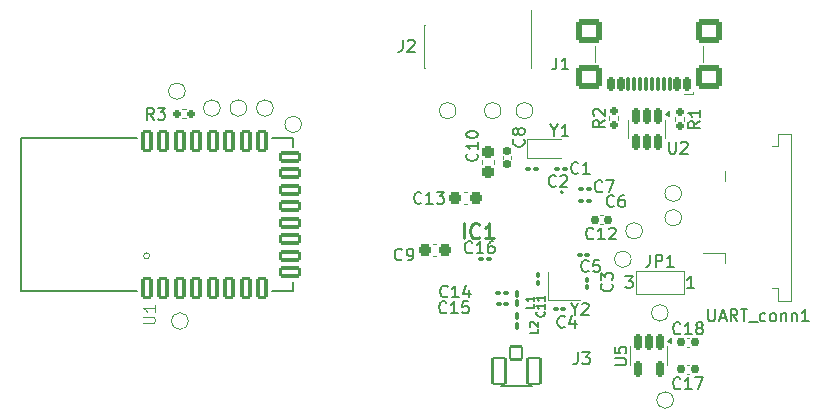
<source format=gto>
G04 #@! TF.GenerationSoftware,KiCad,Pcbnew,9.0.1*
G04 #@! TF.CreationDate,2025-08-05T19:10:54+03:00*
G04 #@! TF.ProjectId,com_board,636f6d5f-626f-4617-9264-2e6b69636164,rev?*
G04 #@! TF.SameCoordinates,Original*
G04 #@! TF.FileFunction,Legend,Top*
G04 #@! TF.FilePolarity,Positive*
%FSLAX46Y46*%
G04 Gerber Fmt 4.6, Leading zero omitted, Abs format (unit mm)*
G04 Created by KiCad (PCBNEW 9.0.1) date 2025-08-05 19:10:54*
%MOMM*%
%LPD*%
G01*
G04 APERTURE LIST*
G04 Aperture macros list*
%AMRoundRect*
0 Rectangle with rounded corners*
0 $1 Rounding radius*
0 $2 $3 $4 $5 $6 $7 $8 $9 X,Y pos of 4 corners*
0 Add a 4 corners polygon primitive as box body*
4,1,4,$2,$3,$4,$5,$6,$7,$8,$9,$2,$3,0*
0 Add four circle primitives for the rounded corners*
1,1,$1+$1,$2,$3*
1,1,$1+$1,$4,$5*
1,1,$1+$1,$6,$7*
1,1,$1+$1,$8,$9*
0 Add four rect primitives between the rounded corners*
20,1,$1+$1,$2,$3,$4,$5,0*
20,1,$1+$1,$4,$5,$6,$7,0*
20,1,$1+$1,$6,$7,$8,$9,0*
20,1,$1+$1,$8,$9,$2,$3,0*%
G04 Aperture macros list end*
%ADD10C,0.150000*%
%ADD11C,0.100000*%
%ADD12C,0.254000*%
%ADD13C,0.120000*%
%ADD14C,0.127000*%
%ADD15C,0.200000*%
%ADD16C,0.000000*%
%ADD17R,1.050000X1.100000*%
%ADD18RoundRect,0.155000X-0.212500X-0.155000X0.212500X-0.155000X0.212500X0.155000X-0.212500X0.155000X0*%
%ADD19RoundRect,0.100000X-0.100000X0.217500X-0.100000X-0.217500X0.100000X-0.217500X0.100000X0.217500X0*%
%ADD20RoundRect,0.237500X0.237500X-0.300000X0.237500X0.300000X-0.237500X0.300000X-0.237500X-0.300000X0*%
%ADD21RoundRect,0.102000X0.550000X1.125000X-0.550000X1.125000X-0.550000X-1.125000X0.550000X-1.125000X0*%
%ADD22RoundRect,0.102000X0.525000X0.550000X-0.525000X0.550000X-0.525000X-0.550000X0.525000X-0.550000X0*%
%ADD23R,0.740000X2.400000*%
%ADD24RoundRect,0.155000X0.155000X-0.212500X0.155000X0.212500X-0.155000X0.212500X-0.155000X-0.212500X0*%
%ADD25RoundRect,0.100000X-0.100000X0.130000X-0.100000X-0.130000X0.100000X-0.130000X0.100000X0.130000X0*%
%ADD26RoundRect,0.100000X0.130000X0.100000X-0.130000X0.100000X-0.130000X-0.100000X0.130000X-0.100000X0*%
%ADD27RoundRect,0.160000X0.160000X-0.197500X0.160000X0.197500X-0.160000X0.197500X-0.160000X-0.197500X0*%
%ADD28RoundRect,0.100000X-0.130000X-0.100000X0.130000X-0.100000X0.130000X0.100000X-0.130000X0.100000X0*%
%ADD29RoundRect,0.150000X0.350000X-0.800000X0.350000X0.800000X-0.350000X0.800000X-0.350000X-0.800000X0*%
%ADD30RoundRect,0.150000X0.800000X0.350000X-0.800000X0.350000X-0.800000X-0.350000X0.800000X-0.350000X0*%
%ADD31RoundRect,0.150000X-0.350000X0.800000X-0.350000X-0.800000X0.350000X-0.800000X0.350000X0.800000X0*%
%ADD32C,1.000000*%
%ADD33RoundRect,0.150000X-0.150000X0.512500X-0.150000X-0.512500X0.150000X-0.512500X0.150000X0.512500X0*%
%ADD34R,0.900000X0.800000*%
%ADD35C,0.650000*%
%ADD36RoundRect,0.150000X0.150000X0.425000X-0.150000X0.425000X-0.150000X-0.425000X0.150000X-0.425000X0*%
%ADD37RoundRect,0.075000X0.075000X0.500000X-0.075000X0.500000X-0.075000X-0.500000X0.075000X-0.500000X0*%
%ADD38RoundRect,0.250000X0.840000X0.750000X-0.840000X0.750000X-0.840000X-0.750000X0.840000X-0.750000X0*%
%ADD39R,2.000000X0.610000*%
%ADD40R,3.600000X2.680000*%
%ADD41RoundRect,0.160000X-0.197500X-0.160000X0.197500X-0.160000X0.197500X0.160000X-0.197500X0.160000X0*%
%ADD42C,2.200000*%
%ADD43R,0.200000X0.800000*%
%ADD44R,0.800000X0.200000*%
%ADD45R,3.700000X3.700000*%
%ADD46R,1.000000X1.500000*%
%ADD47RoundRect,0.237500X0.300000X0.237500X-0.300000X0.237500X-0.300000X-0.237500X0.300000X-0.237500X0*%
G04 APERTURE END LIST*
D10*
X131633809Y-97378628D02*
X131633809Y-97854819D01*
X131300476Y-96854819D02*
X131633809Y-97378628D01*
X131633809Y-97378628D02*
X131967142Y-96854819D01*
X132824285Y-97854819D02*
X132252857Y-97854819D01*
X132538571Y-97854819D02*
X132538571Y-96854819D01*
X132538571Y-96854819D02*
X132443333Y-96997676D01*
X132443333Y-96997676D02*
X132348095Y-97092914D01*
X132348095Y-97092914D02*
X132252857Y-97140533D01*
X142307142Y-119189580D02*
X142259523Y-119237200D01*
X142259523Y-119237200D02*
X142116666Y-119284819D01*
X142116666Y-119284819D02*
X142021428Y-119284819D01*
X142021428Y-119284819D02*
X141878571Y-119237200D01*
X141878571Y-119237200D02*
X141783333Y-119141961D01*
X141783333Y-119141961D02*
X141735714Y-119046723D01*
X141735714Y-119046723D02*
X141688095Y-118856247D01*
X141688095Y-118856247D02*
X141688095Y-118713390D01*
X141688095Y-118713390D02*
X141735714Y-118522914D01*
X141735714Y-118522914D02*
X141783333Y-118427676D01*
X141783333Y-118427676D02*
X141878571Y-118332438D01*
X141878571Y-118332438D02*
X142021428Y-118284819D01*
X142021428Y-118284819D02*
X142116666Y-118284819D01*
X142116666Y-118284819D02*
X142259523Y-118332438D01*
X142259523Y-118332438D02*
X142307142Y-118380057D01*
X143259523Y-119284819D02*
X142688095Y-119284819D01*
X142973809Y-119284819D02*
X142973809Y-118284819D01*
X142973809Y-118284819D02*
X142878571Y-118427676D01*
X142878571Y-118427676D02*
X142783333Y-118522914D01*
X142783333Y-118522914D02*
X142688095Y-118570533D01*
X143592857Y-118284819D02*
X144259523Y-118284819D01*
X144259523Y-118284819D02*
X143830952Y-119284819D01*
X129946033Y-112046667D02*
X129946033Y-112380000D01*
X129946033Y-112380000D02*
X129246033Y-112380000D01*
X129946033Y-111446666D02*
X129946033Y-111846666D01*
X129946033Y-111646666D02*
X129246033Y-111646666D01*
X129246033Y-111646666D02*
X129346033Y-111713333D01*
X129346033Y-111713333D02*
X129412700Y-111780000D01*
X129412700Y-111780000D02*
X129446033Y-111846666D01*
X125089580Y-99342857D02*
X125137200Y-99390476D01*
X125137200Y-99390476D02*
X125184819Y-99533333D01*
X125184819Y-99533333D02*
X125184819Y-99628571D01*
X125184819Y-99628571D02*
X125137200Y-99771428D01*
X125137200Y-99771428D02*
X125041961Y-99866666D01*
X125041961Y-99866666D02*
X124946723Y-99914285D01*
X124946723Y-99914285D02*
X124756247Y-99961904D01*
X124756247Y-99961904D02*
X124613390Y-99961904D01*
X124613390Y-99961904D02*
X124422914Y-99914285D01*
X124422914Y-99914285D02*
X124327676Y-99866666D01*
X124327676Y-99866666D02*
X124232438Y-99771428D01*
X124232438Y-99771428D02*
X124184819Y-99628571D01*
X124184819Y-99628571D02*
X124184819Y-99533333D01*
X124184819Y-99533333D02*
X124232438Y-99390476D01*
X124232438Y-99390476D02*
X124280057Y-99342857D01*
X125184819Y-98390476D02*
X125184819Y-98961904D01*
X125184819Y-98676190D02*
X124184819Y-98676190D01*
X124184819Y-98676190D02*
X124327676Y-98771428D01*
X124327676Y-98771428D02*
X124422914Y-98866666D01*
X124422914Y-98866666D02*
X124470533Y-98961904D01*
X124184819Y-97771428D02*
X124184819Y-97676190D01*
X124184819Y-97676190D02*
X124232438Y-97580952D01*
X124232438Y-97580952D02*
X124280057Y-97533333D01*
X124280057Y-97533333D02*
X124375295Y-97485714D01*
X124375295Y-97485714D02*
X124565771Y-97438095D01*
X124565771Y-97438095D02*
X124803866Y-97438095D01*
X124803866Y-97438095D02*
X124994342Y-97485714D01*
X124994342Y-97485714D02*
X125089580Y-97533333D01*
X125089580Y-97533333D02*
X125137200Y-97580952D01*
X125137200Y-97580952D02*
X125184819Y-97676190D01*
X125184819Y-97676190D02*
X125184819Y-97771428D01*
X125184819Y-97771428D02*
X125137200Y-97866666D01*
X125137200Y-97866666D02*
X125089580Y-97914285D01*
X125089580Y-97914285D02*
X124994342Y-97961904D01*
X124994342Y-97961904D02*
X124803866Y-98009523D01*
X124803866Y-98009523D02*
X124565771Y-98009523D01*
X124565771Y-98009523D02*
X124375295Y-97961904D01*
X124375295Y-97961904D02*
X124280057Y-97914285D01*
X124280057Y-97914285D02*
X124232438Y-97866666D01*
X124232438Y-97866666D02*
X124184819Y-97771428D01*
X142327142Y-114539580D02*
X142279523Y-114587200D01*
X142279523Y-114587200D02*
X142136666Y-114634819D01*
X142136666Y-114634819D02*
X142041428Y-114634819D01*
X142041428Y-114634819D02*
X141898571Y-114587200D01*
X141898571Y-114587200D02*
X141803333Y-114491961D01*
X141803333Y-114491961D02*
X141755714Y-114396723D01*
X141755714Y-114396723D02*
X141708095Y-114206247D01*
X141708095Y-114206247D02*
X141708095Y-114063390D01*
X141708095Y-114063390D02*
X141755714Y-113872914D01*
X141755714Y-113872914D02*
X141803333Y-113777676D01*
X141803333Y-113777676D02*
X141898571Y-113682438D01*
X141898571Y-113682438D02*
X142041428Y-113634819D01*
X142041428Y-113634819D02*
X142136666Y-113634819D01*
X142136666Y-113634819D02*
X142279523Y-113682438D01*
X142279523Y-113682438D02*
X142327142Y-113730057D01*
X143279523Y-114634819D02*
X142708095Y-114634819D01*
X142993809Y-114634819D02*
X142993809Y-113634819D01*
X142993809Y-113634819D02*
X142898571Y-113777676D01*
X142898571Y-113777676D02*
X142803333Y-113872914D01*
X142803333Y-113872914D02*
X142708095Y-113920533D01*
X143850952Y-114063390D02*
X143755714Y-114015771D01*
X143755714Y-114015771D02*
X143708095Y-113968152D01*
X143708095Y-113968152D02*
X143660476Y-113872914D01*
X143660476Y-113872914D02*
X143660476Y-113825295D01*
X143660476Y-113825295D02*
X143708095Y-113730057D01*
X143708095Y-113730057D02*
X143755714Y-113682438D01*
X143755714Y-113682438D02*
X143850952Y-113634819D01*
X143850952Y-113634819D02*
X144041428Y-113634819D01*
X144041428Y-113634819D02*
X144136666Y-113682438D01*
X144136666Y-113682438D02*
X144184285Y-113730057D01*
X144184285Y-113730057D02*
X144231904Y-113825295D01*
X144231904Y-113825295D02*
X144231904Y-113872914D01*
X144231904Y-113872914D02*
X144184285Y-113968152D01*
X144184285Y-113968152D02*
X144136666Y-114015771D01*
X144136666Y-114015771D02*
X144041428Y-114063390D01*
X144041428Y-114063390D02*
X143850952Y-114063390D01*
X143850952Y-114063390D02*
X143755714Y-114111009D01*
X143755714Y-114111009D02*
X143708095Y-114158628D01*
X143708095Y-114158628D02*
X143660476Y-114253866D01*
X143660476Y-114253866D02*
X143660476Y-114444342D01*
X143660476Y-114444342D02*
X143708095Y-114539580D01*
X143708095Y-114539580D02*
X143755714Y-114587200D01*
X143755714Y-114587200D02*
X143850952Y-114634819D01*
X143850952Y-114634819D02*
X144041428Y-114634819D01*
X144041428Y-114634819D02*
X144136666Y-114587200D01*
X144136666Y-114587200D02*
X144184285Y-114539580D01*
X144184285Y-114539580D02*
X144231904Y-114444342D01*
X144231904Y-114444342D02*
X144231904Y-114253866D01*
X144231904Y-114253866D02*
X144184285Y-114158628D01*
X144184285Y-114158628D02*
X144136666Y-114111009D01*
X144136666Y-114111009D02*
X144041428Y-114063390D01*
X133636291Y-116174214D02*
X133636291Y-116889304D01*
X133636291Y-116889304D02*
X133588618Y-117032322D01*
X133588618Y-117032322D02*
X133493273Y-117127668D01*
X133493273Y-117127668D02*
X133350255Y-117175340D01*
X133350255Y-117175340D02*
X133254910Y-117175340D01*
X134017673Y-116174214D02*
X134637417Y-116174214D01*
X134637417Y-116174214D02*
X134303709Y-116555596D01*
X134303709Y-116555596D02*
X134446727Y-116555596D01*
X134446727Y-116555596D02*
X134542072Y-116603268D01*
X134542072Y-116603268D02*
X134589745Y-116650941D01*
X134589745Y-116650941D02*
X134637417Y-116746286D01*
X134637417Y-116746286D02*
X134637417Y-116984650D01*
X134637417Y-116984650D02*
X134589745Y-117079995D01*
X134589745Y-117079995D02*
X134542072Y-117127668D01*
X134542072Y-117127668D02*
X134446727Y-117175340D01*
X134446727Y-117175340D02*
X134160691Y-117175340D01*
X134160691Y-117175340D02*
X134065345Y-117127668D01*
X134065345Y-117127668D02*
X134017673Y-117079995D01*
X118816670Y-89704827D02*
X118816670Y-90419112D01*
X118816670Y-90419112D02*
X118769051Y-90561969D01*
X118769051Y-90561969D02*
X118673813Y-90657208D01*
X118673813Y-90657208D02*
X118530956Y-90704827D01*
X118530956Y-90704827D02*
X118435718Y-90704827D01*
X119245242Y-89800065D02*
X119292861Y-89752446D01*
X119292861Y-89752446D02*
X119388099Y-89704827D01*
X119388099Y-89704827D02*
X119626194Y-89704827D01*
X119626194Y-89704827D02*
X119721432Y-89752446D01*
X119721432Y-89752446D02*
X119769051Y-89800065D01*
X119769051Y-89800065D02*
X119816670Y-89895303D01*
X119816670Y-89895303D02*
X119816670Y-89990541D01*
X119816670Y-89990541D02*
X119769051Y-90133398D01*
X119769051Y-90133398D02*
X119197623Y-90704827D01*
X119197623Y-90704827D02*
X119816670Y-90704827D01*
X129039580Y-98116666D02*
X129087200Y-98164285D01*
X129087200Y-98164285D02*
X129134819Y-98307142D01*
X129134819Y-98307142D02*
X129134819Y-98402380D01*
X129134819Y-98402380D02*
X129087200Y-98545237D01*
X129087200Y-98545237D02*
X128991961Y-98640475D01*
X128991961Y-98640475D02*
X128896723Y-98688094D01*
X128896723Y-98688094D02*
X128706247Y-98735713D01*
X128706247Y-98735713D02*
X128563390Y-98735713D01*
X128563390Y-98735713D02*
X128372914Y-98688094D01*
X128372914Y-98688094D02*
X128277676Y-98640475D01*
X128277676Y-98640475D02*
X128182438Y-98545237D01*
X128182438Y-98545237D02*
X128134819Y-98402380D01*
X128134819Y-98402380D02*
X128134819Y-98307142D01*
X128134819Y-98307142D02*
X128182438Y-98164285D01*
X128182438Y-98164285D02*
X128230057Y-98116666D01*
X128563390Y-97545237D02*
X128515771Y-97640475D01*
X128515771Y-97640475D02*
X128468152Y-97688094D01*
X128468152Y-97688094D02*
X128372914Y-97735713D01*
X128372914Y-97735713D02*
X128325295Y-97735713D01*
X128325295Y-97735713D02*
X128230057Y-97688094D01*
X128230057Y-97688094D02*
X128182438Y-97640475D01*
X128182438Y-97640475D02*
X128134819Y-97545237D01*
X128134819Y-97545237D02*
X128134819Y-97354761D01*
X128134819Y-97354761D02*
X128182438Y-97259523D01*
X128182438Y-97259523D02*
X128230057Y-97211904D01*
X128230057Y-97211904D02*
X128325295Y-97164285D01*
X128325295Y-97164285D02*
X128372914Y-97164285D01*
X128372914Y-97164285D02*
X128468152Y-97211904D01*
X128468152Y-97211904D02*
X128515771Y-97259523D01*
X128515771Y-97259523D02*
X128563390Y-97354761D01*
X128563390Y-97354761D02*
X128563390Y-97545237D01*
X128563390Y-97545237D02*
X128611009Y-97640475D01*
X128611009Y-97640475D02*
X128658628Y-97688094D01*
X128658628Y-97688094D02*
X128753866Y-97735713D01*
X128753866Y-97735713D02*
X128944342Y-97735713D01*
X128944342Y-97735713D02*
X129039580Y-97688094D01*
X129039580Y-97688094D02*
X129087200Y-97640475D01*
X129087200Y-97640475D02*
X129134819Y-97545237D01*
X129134819Y-97545237D02*
X129134819Y-97354761D01*
X129134819Y-97354761D02*
X129087200Y-97259523D01*
X129087200Y-97259523D02*
X129039580Y-97211904D01*
X129039580Y-97211904D02*
X128944342Y-97164285D01*
X128944342Y-97164285D02*
X128753866Y-97164285D01*
X128753866Y-97164285D02*
X128658628Y-97211904D01*
X128658628Y-97211904D02*
X128611009Y-97259523D01*
X128611009Y-97259523D02*
X128563390Y-97354761D01*
X136489580Y-110366666D02*
X136537200Y-110414285D01*
X136537200Y-110414285D02*
X136584819Y-110557142D01*
X136584819Y-110557142D02*
X136584819Y-110652380D01*
X136584819Y-110652380D02*
X136537200Y-110795237D01*
X136537200Y-110795237D02*
X136441961Y-110890475D01*
X136441961Y-110890475D02*
X136346723Y-110938094D01*
X136346723Y-110938094D02*
X136156247Y-110985713D01*
X136156247Y-110985713D02*
X136013390Y-110985713D01*
X136013390Y-110985713D02*
X135822914Y-110938094D01*
X135822914Y-110938094D02*
X135727676Y-110890475D01*
X135727676Y-110890475D02*
X135632438Y-110795237D01*
X135632438Y-110795237D02*
X135584819Y-110652380D01*
X135584819Y-110652380D02*
X135584819Y-110557142D01*
X135584819Y-110557142D02*
X135632438Y-110414285D01*
X135632438Y-110414285D02*
X135680057Y-110366666D01*
X135584819Y-110033332D02*
X135584819Y-109414285D01*
X135584819Y-109414285D02*
X135965771Y-109747618D01*
X135965771Y-109747618D02*
X135965771Y-109604761D01*
X135965771Y-109604761D02*
X136013390Y-109509523D01*
X136013390Y-109509523D02*
X136061009Y-109461904D01*
X136061009Y-109461904D02*
X136156247Y-109414285D01*
X136156247Y-109414285D02*
X136394342Y-109414285D01*
X136394342Y-109414285D02*
X136489580Y-109461904D01*
X136489580Y-109461904D02*
X136537200Y-109509523D01*
X136537200Y-109509523D02*
X136584819Y-109604761D01*
X136584819Y-109604761D02*
X136584819Y-109890475D01*
X136584819Y-109890475D02*
X136537200Y-109985713D01*
X136537200Y-109985713D02*
X136489580Y-110033332D01*
X122607142Y-111419580D02*
X122559523Y-111467200D01*
X122559523Y-111467200D02*
X122416666Y-111514819D01*
X122416666Y-111514819D02*
X122321428Y-111514819D01*
X122321428Y-111514819D02*
X122178571Y-111467200D01*
X122178571Y-111467200D02*
X122083333Y-111371961D01*
X122083333Y-111371961D02*
X122035714Y-111276723D01*
X122035714Y-111276723D02*
X121988095Y-111086247D01*
X121988095Y-111086247D02*
X121988095Y-110943390D01*
X121988095Y-110943390D02*
X122035714Y-110752914D01*
X122035714Y-110752914D02*
X122083333Y-110657676D01*
X122083333Y-110657676D02*
X122178571Y-110562438D01*
X122178571Y-110562438D02*
X122321428Y-110514819D01*
X122321428Y-110514819D02*
X122416666Y-110514819D01*
X122416666Y-110514819D02*
X122559523Y-110562438D01*
X122559523Y-110562438D02*
X122607142Y-110610057D01*
X123559523Y-111514819D02*
X122988095Y-111514819D01*
X123273809Y-111514819D02*
X123273809Y-110514819D01*
X123273809Y-110514819D02*
X123178571Y-110657676D01*
X123178571Y-110657676D02*
X123083333Y-110752914D01*
X123083333Y-110752914D02*
X122988095Y-110800533D01*
X124416666Y-110848152D02*
X124416666Y-111514819D01*
X124178571Y-110467200D02*
X123940476Y-111181485D01*
X123940476Y-111181485D02*
X124559523Y-111181485D01*
X143984819Y-96576666D02*
X143508628Y-96909999D01*
X143984819Y-97148094D02*
X142984819Y-97148094D01*
X142984819Y-97148094D02*
X142984819Y-96767142D01*
X142984819Y-96767142D02*
X143032438Y-96671904D01*
X143032438Y-96671904D02*
X143080057Y-96624285D01*
X143080057Y-96624285D02*
X143175295Y-96576666D01*
X143175295Y-96576666D02*
X143318152Y-96576666D01*
X143318152Y-96576666D02*
X143413390Y-96624285D01*
X143413390Y-96624285D02*
X143461009Y-96671904D01*
X143461009Y-96671904D02*
X143508628Y-96767142D01*
X143508628Y-96767142D02*
X143508628Y-97148094D01*
X143984819Y-95624285D02*
X143984819Y-96195713D01*
X143984819Y-95909999D02*
X142984819Y-95909999D01*
X142984819Y-95909999D02*
X143127676Y-96005237D01*
X143127676Y-96005237D02*
X143222914Y-96100475D01*
X143222914Y-96100475D02*
X143270533Y-96195713D01*
X135693333Y-102509580D02*
X135645714Y-102557200D01*
X135645714Y-102557200D02*
X135502857Y-102604819D01*
X135502857Y-102604819D02*
X135407619Y-102604819D01*
X135407619Y-102604819D02*
X135264762Y-102557200D01*
X135264762Y-102557200D02*
X135169524Y-102461961D01*
X135169524Y-102461961D02*
X135121905Y-102366723D01*
X135121905Y-102366723D02*
X135074286Y-102176247D01*
X135074286Y-102176247D02*
X135074286Y-102033390D01*
X135074286Y-102033390D02*
X135121905Y-101842914D01*
X135121905Y-101842914D02*
X135169524Y-101747676D01*
X135169524Y-101747676D02*
X135264762Y-101652438D01*
X135264762Y-101652438D02*
X135407619Y-101604819D01*
X135407619Y-101604819D02*
X135502857Y-101604819D01*
X135502857Y-101604819D02*
X135645714Y-101652438D01*
X135645714Y-101652438D02*
X135693333Y-101700057D01*
X136026667Y-101604819D02*
X136693333Y-101604819D01*
X136693333Y-101604819D02*
X136264762Y-102604819D01*
D11*
X96832419Y-113711903D02*
X97641942Y-113711903D01*
X97641942Y-113711903D02*
X97737180Y-113664284D01*
X97737180Y-113664284D02*
X97784800Y-113616665D01*
X97784800Y-113616665D02*
X97832419Y-113521427D01*
X97832419Y-113521427D02*
X97832419Y-113330951D01*
X97832419Y-113330951D02*
X97784800Y-113235713D01*
X97784800Y-113235713D02*
X97737180Y-113188094D01*
X97737180Y-113188094D02*
X97641942Y-113140475D01*
X97641942Y-113140475D02*
X96832419Y-113140475D01*
X97832419Y-112140475D02*
X97832419Y-112711903D01*
X97832419Y-112426189D02*
X96832419Y-112426189D01*
X96832419Y-112426189D02*
X96975276Y-112521427D01*
X96975276Y-112521427D02*
X97070514Y-112616665D01*
X97070514Y-112616665D02*
X97118133Y-112711903D01*
D10*
X134543333Y-109249580D02*
X134495714Y-109297200D01*
X134495714Y-109297200D02*
X134352857Y-109344819D01*
X134352857Y-109344819D02*
X134257619Y-109344819D01*
X134257619Y-109344819D02*
X134114762Y-109297200D01*
X134114762Y-109297200D02*
X134019524Y-109201961D01*
X134019524Y-109201961D02*
X133971905Y-109106723D01*
X133971905Y-109106723D02*
X133924286Y-108916247D01*
X133924286Y-108916247D02*
X133924286Y-108773390D01*
X133924286Y-108773390D02*
X133971905Y-108582914D01*
X133971905Y-108582914D02*
X134019524Y-108487676D01*
X134019524Y-108487676D02*
X134114762Y-108392438D01*
X134114762Y-108392438D02*
X134257619Y-108344819D01*
X134257619Y-108344819D02*
X134352857Y-108344819D01*
X134352857Y-108344819D02*
X134495714Y-108392438D01*
X134495714Y-108392438D02*
X134543333Y-108440057D01*
X135448095Y-108344819D02*
X134971905Y-108344819D01*
X134971905Y-108344819D02*
X134924286Y-108821009D01*
X134924286Y-108821009D02*
X134971905Y-108773390D01*
X134971905Y-108773390D02*
X135067143Y-108725771D01*
X135067143Y-108725771D02*
X135305238Y-108725771D01*
X135305238Y-108725771D02*
X135400476Y-108773390D01*
X135400476Y-108773390D02*
X135448095Y-108821009D01*
X135448095Y-108821009D02*
X135495714Y-108916247D01*
X135495714Y-108916247D02*
X135495714Y-109154342D01*
X135495714Y-109154342D02*
X135448095Y-109249580D01*
X135448095Y-109249580D02*
X135400476Y-109297200D01*
X135400476Y-109297200D02*
X135305238Y-109344819D01*
X135305238Y-109344819D02*
X135067143Y-109344819D01*
X135067143Y-109344819D02*
X134971905Y-109297200D01*
X134971905Y-109297200D02*
X134924286Y-109249580D01*
X141358095Y-98334819D02*
X141358095Y-99144342D01*
X141358095Y-99144342D02*
X141405714Y-99239580D01*
X141405714Y-99239580D02*
X141453333Y-99287200D01*
X141453333Y-99287200D02*
X141548571Y-99334819D01*
X141548571Y-99334819D02*
X141739047Y-99334819D01*
X141739047Y-99334819D02*
X141834285Y-99287200D01*
X141834285Y-99287200D02*
X141881904Y-99239580D01*
X141881904Y-99239580D02*
X141929523Y-99144342D01*
X141929523Y-99144342D02*
X141929523Y-98334819D01*
X142358095Y-98430057D02*
X142405714Y-98382438D01*
X142405714Y-98382438D02*
X142500952Y-98334819D01*
X142500952Y-98334819D02*
X142739047Y-98334819D01*
X142739047Y-98334819D02*
X142834285Y-98382438D01*
X142834285Y-98382438D02*
X142881904Y-98430057D01*
X142881904Y-98430057D02*
X142929523Y-98525295D01*
X142929523Y-98525295D02*
X142929523Y-98620533D01*
X142929523Y-98620533D02*
X142881904Y-98763390D01*
X142881904Y-98763390D02*
X142310476Y-99334819D01*
X142310476Y-99334819D02*
X142929523Y-99334819D01*
X130769366Y-112720000D02*
X130802700Y-112753333D01*
X130802700Y-112753333D02*
X130836033Y-112853333D01*
X130836033Y-112853333D02*
X130836033Y-112920000D01*
X130836033Y-112920000D02*
X130802700Y-113020000D01*
X130802700Y-113020000D02*
X130736033Y-113086667D01*
X130736033Y-113086667D02*
X130669366Y-113120000D01*
X130669366Y-113120000D02*
X130536033Y-113153333D01*
X130536033Y-113153333D02*
X130436033Y-113153333D01*
X130436033Y-113153333D02*
X130302700Y-113120000D01*
X130302700Y-113120000D02*
X130236033Y-113086667D01*
X130236033Y-113086667D02*
X130169366Y-113020000D01*
X130169366Y-113020000D02*
X130136033Y-112920000D01*
X130136033Y-112920000D02*
X130136033Y-112853333D01*
X130136033Y-112853333D02*
X130169366Y-112753333D01*
X130169366Y-112753333D02*
X130202700Y-112720000D01*
X130836033Y-112053333D02*
X130836033Y-112453333D01*
X130836033Y-112253333D02*
X130136033Y-112253333D01*
X130136033Y-112253333D02*
X130236033Y-112320000D01*
X130236033Y-112320000D02*
X130302700Y-112386667D01*
X130302700Y-112386667D02*
X130336033Y-112453333D01*
X130836033Y-111386666D02*
X130836033Y-111786666D01*
X130836033Y-111586666D02*
X130136033Y-111586666D01*
X130136033Y-111586666D02*
X130236033Y-111653333D01*
X130236033Y-111653333D02*
X130302700Y-111720000D01*
X130302700Y-111720000D02*
X130336033Y-111786666D01*
X136683333Y-103749580D02*
X136635714Y-103797200D01*
X136635714Y-103797200D02*
X136492857Y-103844819D01*
X136492857Y-103844819D02*
X136397619Y-103844819D01*
X136397619Y-103844819D02*
X136254762Y-103797200D01*
X136254762Y-103797200D02*
X136159524Y-103701961D01*
X136159524Y-103701961D02*
X136111905Y-103606723D01*
X136111905Y-103606723D02*
X136064286Y-103416247D01*
X136064286Y-103416247D02*
X136064286Y-103273390D01*
X136064286Y-103273390D02*
X136111905Y-103082914D01*
X136111905Y-103082914D02*
X136159524Y-102987676D01*
X136159524Y-102987676D02*
X136254762Y-102892438D01*
X136254762Y-102892438D02*
X136397619Y-102844819D01*
X136397619Y-102844819D02*
X136492857Y-102844819D01*
X136492857Y-102844819D02*
X136635714Y-102892438D01*
X136635714Y-102892438D02*
X136683333Y-102940057D01*
X137540476Y-102844819D02*
X137350000Y-102844819D01*
X137350000Y-102844819D02*
X137254762Y-102892438D01*
X137254762Y-102892438D02*
X137207143Y-102940057D01*
X137207143Y-102940057D02*
X137111905Y-103082914D01*
X137111905Y-103082914D02*
X137064286Y-103273390D01*
X137064286Y-103273390D02*
X137064286Y-103654342D01*
X137064286Y-103654342D02*
X137111905Y-103749580D01*
X137111905Y-103749580D02*
X137159524Y-103797200D01*
X137159524Y-103797200D02*
X137254762Y-103844819D01*
X137254762Y-103844819D02*
X137445238Y-103844819D01*
X137445238Y-103844819D02*
X137540476Y-103797200D01*
X137540476Y-103797200D02*
X137588095Y-103749580D01*
X137588095Y-103749580D02*
X137635714Y-103654342D01*
X137635714Y-103654342D02*
X137635714Y-103416247D01*
X137635714Y-103416247D02*
X137588095Y-103321009D01*
X137588095Y-103321009D02*
X137540476Y-103273390D01*
X137540476Y-103273390D02*
X137445238Y-103225771D01*
X137445238Y-103225771D02*
X137254762Y-103225771D01*
X137254762Y-103225771D02*
X137159524Y-103273390D01*
X137159524Y-103273390D02*
X137111905Y-103321009D01*
X137111905Y-103321009D02*
X137064286Y-103416247D01*
X124682141Y-107679580D02*
X124634522Y-107727200D01*
X124634522Y-107727200D02*
X124491665Y-107774819D01*
X124491665Y-107774819D02*
X124396427Y-107774819D01*
X124396427Y-107774819D02*
X124253570Y-107727200D01*
X124253570Y-107727200D02*
X124158332Y-107631961D01*
X124158332Y-107631961D02*
X124110713Y-107536723D01*
X124110713Y-107536723D02*
X124063094Y-107346247D01*
X124063094Y-107346247D02*
X124063094Y-107203390D01*
X124063094Y-107203390D02*
X124110713Y-107012914D01*
X124110713Y-107012914D02*
X124158332Y-106917676D01*
X124158332Y-106917676D02*
X124253570Y-106822438D01*
X124253570Y-106822438D02*
X124396427Y-106774819D01*
X124396427Y-106774819D02*
X124491665Y-106774819D01*
X124491665Y-106774819D02*
X124634522Y-106822438D01*
X124634522Y-106822438D02*
X124682141Y-106870057D01*
X125634522Y-107774819D02*
X125063094Y-107774819D01*
X125348808Y-107774819D02*
X125348808Y-106774819D01*
X125348808Y-106774819D02*
X125253570Y-106917676D01*
X125253570Y-106917676D02*
X125158332Y-107012914D01*
X125158332Y-107012914D02*
X125063094Y-107060533D01*
X126491665Y-106774819D02*
X126301189Y-106774819D01*
X126301189Y-106774819D02*
X126205951Y-106822438D01*
X126205951Y-106822438D02*
X126158332Y-106870057D01*
X126158332Y-106870057D02*
X126063094Y-107012914D01*
X126063094Y-107012914D02*
X126015475Y-107203390D01*
X126015475Y-107203390D02*
X126015475Y-107584342D01*
X126015475Y-107584342D02*
X126063094Y-107679580D01*
X126063094Y-107679580D02*
X126110713Y-107727200D01*
X126110713Y-107727200D02*
X126205951Y-107774819D01*
X126205951Y-107774819D02*
X126396427Y-107774819D01*
X126396427Y-107774819D02*
X126491665Y-107727200D01*
X126491665Y-107727200D02*
X126539284Y-107679580D01*
X126539284Y-107679580D02*
X126586903Y-107584342D01*
X126586903Y-107584342D02*
X126586903Y-107346247D01*
X126586903Y-107346247D02*
X126539284Y-107251009D01*
X126539284Y-107251009D02*
X126491665Y-107203390D01*
X126491665Y-107203390D02*
X126396427Y-107155771D01*
X126396427Y-107155771D02*
X126205951Y-107155771D01*
X126205951Y-107155771D02*
X126110713Y-107203390D01*
X126110713Y-107203390D02*
X126063094Y-107251009D01*
X126063094Y-107251009D02*
X126015475Y-107346247D01*
X131773333Y-102049580D02*
X131725714Y-102097200D01*
X131725714Y-102097200D02*
X131582857Y-102144819D01*
X131582857Y-102144819D02*
X131487619Y-102144819D01*
X131487619Y-102144819D02*
X131344762Y-102097200D01*
X131344762Y-102097200D02*
X131249524Y-102001961D01*
X131249524Y-102001961D02*
X131201905Y-101906723D01*
X131201905Y-101906723D02*
X131154286Y-101716247D01*
X131154286Y-101716247D02*
X131154286Y-101573390D01*
X131154286Y-101573390D02*
X131201905Y-101382914D01*
X131201905Y-101382914D02*
X131249524Y-101287676D01*
X131249524Y-101287676D02*
X131344762Y-101192438D01*
X131344762Y-101192438D02*
X131487619Y-101144819D01*
X131487619Y-101144819D02*
X131582857Y-101144819D01*
X131582857Y-101144819D02*
X131725714Y-101192438D01*
X131725714Y-101192438D02*
X131773333Y-101240057D01*
X132154286Y-101240057D02*
X132201905Y-101192438D01*
X132201905Y-101192438D02*
X132297143Y-101144819D01*
X132297143Y-101144819D02*
X132535238Y-101144819D01*
X132535238Y-101144819D02*
X132630476Y-101192438D01*
X132630476Y-101192438D02*
X132678095Y-101240057D01*
X132678095Y-101240057D02*
X132725714Y-101335295D01*
X132725714Y-101335295D02*
X132725714Y-101430533D01*
X132725714Y-101430533D02*
X132678095Y-101573390D01*
X132678095Y-101573390D02*
X132106667Y-102144819D01*
X132106667Y-102144819D02*
X132725714Y-102144819D01*
X133353810Y-112508630D02*
X133353810Y-112984821D01*
X133020477Y-111984821D02*
X133353810Y-112508630D01*
X133353810Y-112508630D02*
X133687143Y-111984821D01*
X133972858Y-112080059D02*
X134020477Y-112032440D01*
X134020477Y-112032440D02*
X134115715Y-111984821D01*
X134115715Y-111984821D02*
X134353810Y-111984821D01*
X134353810Y-111984821D02*
X134449048Y-112032440D01*
X134449048Y-112032440D02*
X134496667Y-112080059D01*
X134496667Y-112080059D02*
X134544286Y-112175297D01*
X134544286Y-112175297D02*
X134544286Y-112270535D01*
X134544286Y-112270535D02*
X134496667Y-112413392D01*
X134496667Y-112413392D02*
X133925239Y-112984821D01*
X133925239Y-112984821D02*
X134544286Y-112984821D01*
X131826667Y-91214815D02*
X131826667Y-91929100D01*
X131826667Y-91929100D02*
X131779048Y-92071957D01*
X131779048Y-92071957D02*
X131683810Y-92167196D01*
X131683810Y-92167196D02*
X131540953Y-92214815D01*
X131540953Y-92214815D02*
X131445715Y-92214815D01*
X132826667Y-92214815D02*
X132255239Y-92214815D01*
X132540953Y-92214815D02*
X132540953Y-91214815D01*
X132540953Y-91214815D02*
X132445715Y-91357672D01*
X132445715Y-91357672D02*
X132350477Y-91452910D01*
X132350477Y-91452910D02*
X132255239Y-91500529D01*
X133683334Y-100959580D02*
X133635715Y-101007200D01*
X133635715Y-101007200D02*
X133492858Y-101054819D01*
X133492858Y-101054819D02*
X133397620Y-101054819D01*
X133397620Y-101054819D02*
X133254763Y-101007200D01*
X133254763Y-101007200D02*
X133159525Y-100911961D01*
X133159525Y-100911961D02*
X133111906Y-100816723D01*
X133111906Y-100816723D02*
X133064287Y-100626247D01*
X133064287Y-100626247D02*
X133064287Y-100483390D01*
X133064287Y-100483390D02*
X133111906Y-100292914D01*
X133111906Y-100292914D02*
X133159525Y-100197676D01*
X133159525Y-100197676D02*
X133254763Y-100102438D01*
X133254763Y-100102438D02*
X133397620Y-100054819D01*
X133397620Y-100054819D02*
X133492858Y-100054819D01*
X133492858Y-100054819D02*
X133635715Y-100102438D01*
X133635715Y-100102438D02*
X133683334Y-100150057D01*
X134635715Y-101054819D02*
X134064287Y-101054819D01*
X134350001Y-101054819D02*
X134350001Y-100054819D01*
X134350001Y-100054819D02*
X134254763Y-100197676D01*
X134254763Y-100197676D02*
X134159525Y-100292914D01*
X134159525Y-100292914D02*
X134064287Y-100340533D01*
X144661904Y-112514819D02*
X144661904Y-113324342D01*
X144661904Y-113324342D02*
X144709523Y-113419580D01*
X144709523Y-113419580D02*
X144757142Y-113467200D01*
X144757142Y-113467200D02*
X144852380Y-113514819D01*
X144852380Y-113514819D02*
X145042856Y-113514819D01*
X145042856Y-113514819D02*
X145138094Y-113467200D01*
X145138094Y-113467200D02*
X145185713Y-113419580D01*
X145185713Y-113419580D02*
X145233332Y-113324342D01*
X145233332Y-113324342D02*
X145233332Y-112514819D01*
X145661904Y-113229104D02*
X146138094Y-113229104D01*
X145566666Y-113514819D02*
X145899999Y-112514819D01*
X145899999Y-112514819D02*
X146233332Y-113514819D01*
X147138094Y-113514819D02*
X146804761Y-113038628D01*
X146566666Y-113514819D02*
X146566666Y-112514819D01*
X146566666Y-112514819D02*
X146947618Y-112514819D01*
X146947618Y-112514819D02*
X147042856Y-112562438D01*
X147042856Y-112562438D02*
X147090475Y-112610057D01*
X147090475Y-112610057D02*
X147138094Y-112705295D01*
X147138094Y-112705295D02*
X147138094Y-112848152D01*
X147138094Y-112848152D02*
X147090475Y-112943390D01*
X147090475Y-112943390D02*
X147042856Y-112991009D01*
X147042856Y-112991009D02*
X146947618Y-113038628D01*
X146947618Y-113038628D02*
X146566666Y-113038628D01*
X147423809Y-112514819D02*
X147995237Y-112514819D01*
X147709523Y-113514819D02*
X147709523Y-112514819D01*
X148090476Y-113610057D02*
X148852380Y-113610057D01*
X149519047Y-113467200D02*
X149423809Y-113514819D01*
X149423809Y-113514819D02*
X149233333Y-113514819D01*
X149233333Y-113514819D02*
X149138095Y-113467200D01*
X149138095Y-113467200D02*
X149090476Y-113419580D01*
X149090476Y-113419580D02*
X149042857Y-113324342D01*
X149042857Y-113324342D02*
X149042857Y-113038628D01*
X149042857Y-113038628D02*
X149090476Y-112943390D01*
X149090476Y-112943390D02*
X149138095Y-112895771D01*
X149138095Y-112895771D02*
X149233333Y-112848152D01*
X149233333Y-112848152D02*
X149423809Y-112848152D01*
X149423809Y-112848152D02*
X149519047Y-112895771D01*
X150090476Y-113514819D02*
X149995238Y-113467200D01*
X149995238Y-113467200D02*
X149947619Y-113419580D01*
X149947619Y-113419580D02*
X149900000Y-113324342D01*
X149900000Y-113324342D02*
X149900000Y-113038628D01*
X149900000Y-113038628D02*
X149947619Y-112943390D01*
X149947619Y-112943390D02*
X149995238Y-112895771D01*
X149995238Y-112895771D02*
X150090476Y-112848152D01*
X150090476Y-112848152D02*
X150233333Y-112848152D01*
X150233333Y-112848152D02*
X150328571Y-112895771D01*
X150328571Y-112895771D02*
X150376190Y-112943390D01*
X150376190Y-112943390D02*
X150423809Y-113038628D01*
X150423809Y-113038628D02*
X150423809Y-113324342D01*
X150423809Y-113324342D02*
X150376190Y-113419580D01*
X150376190Y-113419580D02*
X150328571Y-113467200D01*
X150328571Y-113467200D02*
X150233333Y-113514819D01*
X150233333Y-113514819D02*
X150090476Y-113514819D01*
X150852381Y-112848152D02*
X150852381Y-113514819D01*
X150852381Y-112943390D02*
X150900000Y-112895771D01*
X150900000Y-112895771D02*
X150995238Y-112848152D01*
X150995238Y-112848152D02*
X151138095Y-112848152D01*
X151138095Y-112848152D02*
X151233333Y-112895771D01*
X151233333Y-112895771D02*
X151280952Y-112991009D01*
X151280952Y-112991009D02*
X151280952Y-113514819D01*
X151757143Y-112848152D02*
X151757143Y-113514819D01*
X151757143Y-112943390D02*
X151804762Y-112895771D01*
X151804762Y-112895771D02*
X151900000Y-112848152D01*
X151900000Y-112848152D02*
X152042857Y-112848152D01*
X152042857Y-112848152D02*
X152138095Y-112895771D01*
X152138095Y-112895771D02*
X152185714Y-112991009D01*
X152185714Y-112991009D02*
X152185714Y-113514819D01*
X153185714Y-113514819D02*
X152614286Y-113514819D01*
X152900000Y-113514819D02*
X152900000Y-112514819D01*
X152900000Y-112514819D02*
X152804762Y-112657676D01*
X152804762Y-112657676D02*
X152709524Y-112752914D01*
X152709524Y-112752914D02*
X152614286Y-112800533D01*
X130246033Y-114186667D02*
X130246033Y-114520000D01*
X130246033Y-114520000D02*
X129546033Y-114520000D01*
X129612700Y-113986666D02*
X129579366Y-113953333D01*
X129579366Y-113953333D02*
X129546033Y-113886666D01*
X129546033Y-113886666D02*
X129546033Y-113720000D01*
X129546033Y-113720000D02*
X129579366Y-113653333D01*
X129579366Y-113653333D02*
X129612700Y-113620000D01*
X129612700Y-113620000D02*
X129679366Y-113586666D01*
X129679366Y-113586666D02*
X129746033Y-113586666D01*
X129746033Y-113586666D02*
X129846033Y-113620000D01*
X129846033Y-113620000D02*
X130246033Y-114020000D01*
X130246033Y-114020000D02*
X130246033Y-113586666D01*
X132523333Y-113979580D02*
X132475714Y-114027200D01*
X132475714Y-114027200D02*
X132332857Y-114074819D01*
X132332857Y-114074819D02*
X132237619Y-114074819D01*
X132237619Y-114074819D02*
X132094762Y-114027200D01*
X132094762Y-114027200D02*
X131999524Y-113931961D01*
X131999524Y-113931961D02*
X131951905Y-113836723D01*
X131951905Y-113836723D02*
X131904286Y-113646247D01*
X131904286Y-113646247D02*
X131904286Y-113503390D01*
X131904286Y-113503390D02*
X131951905Y-113312914D01*
X131951905Y-113312914D02*
X131999524Y-113217676D01*
X131999524Y-113217676D02*
X132094762Y-113122438D01*
X132094762Y-113122438D02*
X132237619Y-113074819D01*
X132237619Y-113074819D02*
X132332857Y-113074819D01*
X132332857Y-113074819D02*
X132475714Y-113122438D01*
X132475714Y-113122438D02*
X132523333Y-113170057D01*
X133380476Y-113408152D02*
X133380476Y-114074819D01*
X133142381Y-113027200D02*
X132904286Y-113741485D01*
X132904286Y-113741485D02*
X133523333Y-113741485D01*
X97733333Y-96464819D02*
X97400000Y-95988628D01*
X97161905Y-96464819D02*
X97161905Y-95464819D01*
X97161905Y-95464819D02*
X97542857Y-95464819D01*
X97542857Y-95464819D02*
X97638095Y-95512438D01*
X97638095Y-95512438D02*
X97685714Y-95560057D01*
X97685714Y-95560057D02*
X97733333Y-95655295D01*
X97733333Y-95655295D02*
X97733333Y-95798152D01*
X97733333Y-95798152D02*
X97685714Y-95893390D01*
X97685714Y-95893390D02*
X97638095Y-95941009D01*
X97638095Y-95941009D02*
X97542857Y-95988628D01*
X97542857Y-95988628D02*
X97161905Y-95988628D01*
X98066667Y-95464819D02*
X98685714Y-95464819D01*
X98685714Y-95464819D02*
X98352381Y-95845771D01*
X98352381Y-95845771D02*
X98495238Y-95845771D01*
X98495238Y-95845771D02*
X98590476Y-95893390D01*
X98590476Y-95893390D02*
X98638095Y-95941009D01*
X98638095Y-95941009D02*
X98685714Y-96036247D01*
X98685714Y-96036247D02*
X98685714Y-96274342D01*
X98685714Y-96274342D02*
X98638095Y-96369580D01*
X98638095Y-96369580D02*
X98590476Y-96417200D01*
X98590476Y-96417200D02*
X98495238Y-96464819D01*
X98495238Y-96464819D02*
X98209524Y-96464819D01*
X98209524Y-96464819D02*
X98114286Y-96417200D01*
X98114286Y-96417200D02*
X98066667Y-96369580D01*
X122507142Y-112759580D02*
X122459523Y-112807200D01*
X122459523Y-112807200D02*
X122316666Y-112854819D01*
X122316666Y-112854819D02*
X122221428Y-112854819D01*
X122221428Y-112854819D02*
X122078571Y-112807200D01*
X122078571Y-112807200D02*
X121983333Y-112711961D01*
X121983333Y-112711961D02*
X121935714Y-112616723D01*
X121935714Y-112616723D02*
X121888095Y-112426247D01*
X121888095Y-112426247D02*
X121888095Y-112283390D01*
X121888095Y-112283390D02*
X121935714Y-112092914D01*
X121935714Y-112092914D02*
X121983333Y-111997676D01*
X121983333Y-111997676D02*
X122078571Y-111902438D01*
X122078571Y-111902438D02*
X122221428Y-111854819D01*
X122221428Y-111854819D02*
X122316666Y-111854819D01*
X122316666Y-111854819D02*
X122459523Y-111902438D01*
X122459523Y-111902438D02*
X122507142Y-111950057D01*
X123459523Y-112854819D02*
X122888095Y-112854819D01*
X123173809Y-112854819D02*
X123173809Y-111854819D01*
X123173809Y-111854819D02*
X123078571Y-111997676D01*
X123078571Y-111997676D02*
X122983333Y-112092914D01*
X122983333Y-112092914D02*
X122888095Y-112140533D01*
X124364285Y-111854819D02*
X123888095Y-111854819D01*
X123888095Y-111854819D02*
X123840476Y-112331009D01*
X123840476Y-112331009D02*
X123888095Y-112283390D01*
X123888095Y-112283390D02*
X123983333Y-112235771D01*
X123983333Y-112235771D02*
X124221428Y-112235771D01*
X124221428Y-112235771D02*
X124316666Y-112283390D01*
X124316666Y-112283390D02*
X124364285Y-112331009D01*
X124364285Y-112331009D02*
X124411904Y-112426247D01*
X124411904Y-112426247D02*
X124411904Y-112664342D01*
X124411904Y-112664342D02*
X124364285Y-112759580D01*
X124364285Y-112759580D02*
X124316666Y-112807200D01*
X124316666Y-112807200D02*
X124221428Y-112854819D01*
X124221428Y-112854819D02*
X123983333Y-112854819D01*
X123983333Y-112854819D02*
X123888095Y-112807200D01*
X123888095Y-112807200D02*
X123840476Y-112759580D01*
X136754819Y-117251904D02*
X137564342Y-117251904D01*
X137564342Y-117251904D02*
X137659580Y-117204285D01*
X137659580Y-117204285D02*
X137707200Y-117156666D01*
X137707200Y-117156666D02*
X137754819Y-117061428D01*
X137754819Y-117061428D02*
X137754819Y-116870952D01*
X137754819Y-116870952D02*
X137707200Y-116775714D01*
X137707200Y-116775714D02*
X137659580Y-116728095D01*
X137659580Y-116728095D02*
X137564342Y-116680476D01*
X137564342Y-116680476D02*
X136754819Y-116680476D01*
X136754819Y-115728095D02*
X136754819Y-116204285D01*
X136754819Y-116204285D02*
X137231009Y-116251904D01*
X137231009Y-116251904D02*
X137183390Y-116204285D01*
X137183390Y-116204285D02*
X137135771Y-116109047D01*
X137135771Y-116109047D02*
X137135771Y-115870952D01*
X137135771Y-115870952D02*
X137183390Y-115775714D01*
X137183390Y-115775714D02*
X137231009Y-115728095D01*
X137231009Y-115728095D02*
X137326247Y-115680476D01*
X137326247Y-115680476D02*
X137564342Y-115680476D01*
X137564342Y-115680476D02*
X137659580Y-115728095D01*
X137659580Y-115728095D02*
X137707200Y-115775714D01*
X137707200Y-115775714D02*
X137754819Y-115870952D01*
X137754819Y-115870952D02*
X137754819Y-116109047D01*
X137754819Y-116109047D02*
X137707200Y-116204285D01*
X137707200Y-116204285D02*
X137659580Y-116251904D01*
D12*
X123960237Y-106514318D02*
X123960237Y-105244318D01*
X125290714Y-106393365D02*
X125230238Y-106453842D01*
X125230238Y-106453842D02*
X125048809Y-106514318D01*
X125048809Y-106514318D02*
X124927857Y-106514318D01*
X124927857Y-106514318D02*
X124746428Y-106453842D01*
X124746428Y-106453842D02*
X124625476Y-106332889D01*
X124625476Y-106332889D02*
X124564999Y-106211937D01*
X124564999Y-106211937D02*
X124504523Y-105970032D01*
X124504523Y-105970032D02*
X124504523Y-105788603D01*
X124504523Y-105788603D02*
X124564999Y-105546699D01*
X124564999Y-105546699D02*
X124625476Y-105425746D01*
X124625476Y-105425746D02*
X124746428Y-105304794D01*
X124746428Y-105304794D02*
X124927857Y-105244318D01*
X124927857Y-105244318D02*
X125048809Y-105244318D01*
X125048809Y-105244318D02*
X125230238Y-105304794D01*
X125230238Y-105304794D02*
X125290714Y-105365270D01*
X126500238Y-106514318D02*
X125774523Y-106514318D01*
X126137380Y-106514318D02*
X126137380Y-105244318D01*
X126137380Y-105244318D02*
X126016428Y-105425746D01*
X126016428Y-105425746D02*
X125895476Y-105546699D01*
X125895476Y-105546699D02*
X125774523Y-105607175D01*
D10*
X139746665Y-107914819D02*
X139746665Y-108629104D01*
X139746665Y-108629104D02*
X139699046Y-108771961D01*
X139699046Y-108771961D02*
X139603808Y-108867200D01*
X139603808Y-108867200D02*
X139460951Y-108914819D01*
X139460951Y-108914819D02*
X139365713Y-108914819D01*
X140222856Y-108914819D02*
X140222856Y-107914819D01*
X140222856Y-107914819D02*
X140603808Y-107914819D01*
X140603808Y-107914819D02*
X140699046Y-107962438D01*
X140699046Y-107962438D02*
X140746665Y-108010057D01*
X140746665Y-108010057D02*
X140794284Y-108105295D01*
X140794284Y-108105295D02*
X140794284Y-108248152D01*
X140794284Y-108248152D02*
X140746665Y-108343390D01*
X140746665Y-108343390D02*
X140699046Y-108391009D01*
X140699046Y-108391009D02*
X140603808Y-108438628D01*
X140603808Y-108438628D02*
X140222856Y-108438628D01*
X141746665Y-108914819D02*
X141175237Y-108914819D01*
X141460951Y-108914819D02*
X141460951Y-107914819D01*
X141460951Y-107914819D02*
X141365713Y-108057676D01*
X141365713Y-108057676D02*
X141270475Y-108152914D01*
X141270475Y-108152914D02*
X141175237Y-108200533D01*
X143465714Y-110714822D02*
X142894286Y-110714822D01*
X143180000Y-110714822D02*
X143180000Y-109714822D01*
X143180000Y-109714822D02*
X143084762Y-109857679D01*
X143084762Y-109857679D02*
X142989524Y-109952917D01*
X142989524Y-109952917D02*
X142894286Y-110000536D01*
X137646665Y-109714822D02*
X138265712Y-109714822D01*
X138265712Y-109714822D02*
X137932379Y-110095774D01*
X137932379Y-110095774D02*
X138075236Y-110095774D01*
X138075236Y-110095774D02*
X138170474Y-110143393D01*
X138170474Y-110143393D02*
X138218093Y-110191012D01*
X138218093Y-110191012D02*
X138265712Y-110286250D01*
X138265712Y-110286250D02*
X138265712Y-110524345D01*
X138265712Y-110524345D02*
X138218093Y-110619583D01*
X138218093Y-110619583D02*
X138170474Y-110667203D01*
X138170474Y-110667203D02*
X138075236Y-110714822D01*
X138075236Y-110714822D02*
X137789522Y-110714822D01*
X137789522Y-110714822D02*
X137694284Y-110667203D01*
X137694284Y-110667203D02*
X137646665Y-110619583D01*
X134947142Y-106509578D02*
X134899523Y-106557198D01*
X134899523Y-106557198D02*
X134756666Y-106604817D01*
X134756666Y-106604817D02*
X134661428Y-106604817D01*
X134661428Y-106604817D02*
X134518571Y-106557198D01*
X134518571Y-106557198D02*
X134423333Y-106461959D01*
X134423333Y-106461959D02*
X134375714Y-106366721D01*
X134375714Y-106366721D02*
X134328095Y-106176245D01*
X134328095Y-106176245D02*
X134328095Y-106033388D01*
X134328095Y-106033388D02*
X134375714Y-105842912D01*
X134375714Y-105842912D02*
X134423333Y-105747674D01*
X134423333Y-105747674D02*
X134518571Y-105652436D01*
X134518571Y-105652436D02*
X134661428Y-105604817D01*
X134661428Y-105604817D02*
X134756666Y-105604817D01*
X134756666Y-105604817D02*
X134899523Y-105652436D01*
X134899523Y-105652436D02*
X134947142Y-105700055D01*
X135899523Y-106604817D02*
X135328095Y-106604817D01*
X135613809Y-106604817D02*
X135613809Y-105604817D01*
X135613809Y-105604817D02*
X135518571Y-105747674D01*
X135518571Y-105747674D02*
X135423333Y-105842912D01*
X135423333Y-105842912D02*
X135328095Y-105890531D01*
X136280476Y-105700055D02*
X136328095Y-105652436D01*
X136328095Y-105652436D02*
X136423333Y-105604817D01*
X136423333Y-105604817D02*
X136661428Y-105604817D01*
X136661428Y-105604817D02*
X136756666Y-105652436D01*
X136756666Y-105652436D02*
X136804285Y-105700055D01*
X136804285Y-105700055D02*
X136851904Y-105795293D01*
X136851904Y-105795293D02*
X136851904Y-105890531D01*
X136851904Y-105890531D02*
X136804285Y-106033388D01*
X136804285Y-106033388D02*
X136232857Y-106604817D01*
X136232857Y-106604817D02*
X136851904Y-106604817D01*
X135924819Y-96496666D02*
X135448628Y-96829999D01*
X135924819Y-97068094D02*
X134924819Y-97068094D01*
X134924819Y-97068094D02*
X134924819Y-96687142D01*
X134924819Y-96687142D02*
X134972438Y-96591904D01*
X134972438Y-96591904D02*
X135020057Y-96544285D01*
X135020057Y-96544285D02*
X135115295Y-96496666D01*
X135115295Y-96496666D02*
X135258152Y-96496666D01*
X135258152Y-96496666D02*
X135353390Y-96544285D01*
X135353390Y-96544285D02*
X135401009Y-96591904D01*
X135401009Y-96591904D02*
X135448628Y-96687142D01*
X135448628Y-96687142D02*
X135448628Y-97068094D01*
X135020057Y-96115713D02*
X134972438Y-96068094D01*
X134972438Y-96068094D02*
X134924819Y-95972856D01*
X134924819Y-95972856D02*
X134924819Y-95734761D01*
X134924819Y-95734761D02*
X134972438Y-95639523D01*
X134972438Y-95639523D02*
X135020057Y-95591904D01*
X135020057Y-95591904D02*
X135115295Y-95544285D01*
X135115295Y-95544285D02*
X135210533Y-95544285D01*
X135210533Y-95544285D02*
X135353390Y-95591904D01*
X135353390Y-95591904D02*
X135924819Y-96163332D01*
X135924819Y-96163332D02*
X135924819Y-95544285D01*
X120387142Y-103489580D02*
X120339523Y-103537200D01*
X120339523Y-103537200D02*
X120196666Y-103584819D01*
X120196666Y-103584819D02*
X120101428Y-103584819D01*
X120101428Y-103584819D02*
X119958571Y-103537200D01*
X119958571Y-103537200D02*
X119863333Y-103441961D01*
X119863333Y-103441961D02*
X119815714Y-103346723D01*
X119815714Y-103346723D02*
X119768095Y-103156247D01*
X119768095Y-103156247D02*
X119768095Y-103013390D01*
X119768095Y-103013390D02*
X119815714Y-102822914D01*
X119815714Y-102822914D02*
X119863333Y-102727676D01*
X119863333Y-102727676D02*
X119958571Y-102632438D01*
X119958571Y-102632438D02*
X120101428Y-102584819D01*
X120101428Y-102584819D02*
X120196666Y-102584819D01*
X120196666Y-102584819D02*
X120339523Y-102632438D01*
X120339523Y-102632438D02*
X120387142Y-102680057D01*
X121339523Y-103584819D02*
X120768095Y-103584819D01*
X121053809Y-103584819D02*
X121053809Y-102584819D01*
X121053809Y-102584819D02*
X120958571Y-102727676D01*
X120958571Y-102727676D02*
X120863333Y-102822914D01*
X120863333Y-102822914D02*
X120768095Y-102870533D01*
X121672857Y-102584819D02*
X122291904Y-102584819D01*
X122291904Y-102584819D02*
X121958571Y-102965771D01*
X121958571Y-102965771D02*
X122101428Y-102965771D01*
X122101428Y-102965771D02*
X122196666Y-103013390D01*
X122196666Y-103013390D02*
X122244285Y-103061009D01*
X122244285Y-103061009D02*
X122291904Y-103156247D01*
X122291904Y-103156247D02*
X122291904Y-103394342D01*
X122291904Y-103394342D02*
X122244285Y-103489580D01*
X122244285Y-103489580D02*
X122196666Y-103537200D01*
X122196666Y-103537200D02*
X122101428Y-103584819D01*
X122101428Y-103584819D02*
X121815714Y-103584819D01*
X121815714Y-103584819D02*
X121720476Y-103537200D01*
X121720476Y-103537200D02*
X121672857Y-103489580D01*
X118753333Y-108279580D02*
X118705714Y-108327200D01*
X118705714Y-108327200D02*
X118562857Y-108374819D01*
X118562857Y-108374819D02*
X118467619Y-108374819D01*
X118467619Y-108374819D02*
X118324762Y-108327200D01*
X118324762Y-108327200D02*
X118229524Y-108231961D01*
X118229524Y-108231961D02*
X118181905Y-108136723D01*
X118181905Y-108136723D02*
X118134286Y-107946247D01*
X118134286Y-107946247D02*
X118134286Y-107803390D01*
X118134286Y-107803390D02*
X118181905Y-107612914D01*
X118181905Y-107612914D02*
X118229524Y-107517676D01*
X118229524Y-107517676D02*
X118324762Y-107422438D01*
X118324762Y-107422438D02*
X118467619Y-107374819D01*
X118467619Y-107374819D02*
X118562857Y-107374819D01*
X118562857Y-107374819D02*
X118705714Y-107422438D01*
X118705714Y-107422438D02*
X118753333Y-107470057D01*
X119229524Y-108374819D02*
X119420000Y-108374819D01*
X119420000Y-108374819D02*
X119515238Y-108327200D01*
X119515238Y-108327200D02*
X119562857Y-108279580D01*
X119562857Y-108279580D02*
X119658095Y-108136723D01*
X119658095Y-108136723D02*
X119705714Y-107946247D01*
X119705714Y-107946247D02*
X119705714Y-107565295D01*
X119705714Y-107565295D02*
X119658095Y-107470057D01*
X119658095Y-107470057D02*
X119610476Y-107422438D01*
X119610476Y-107422438D02*
X119515238Y-107374819D01*
X119515238Y-107374819D02*
X119324762Y-107374819D01*
X119324762Y-107374819D02*
X119229524Y-107422438D01*
X119229524Y-107422438D02*
X119181905Y-107470057D01*
X119181905Y-107470057D02*
X119134286Y-107565295D01*
X119134286Y-107565295D02*
X119134286Y-107803390D01*
X119134286Y-107803390D02*
X119181905Y-107898628D01*
X119181905Y-107898628D02*
X119229524Y-107946247D01*
X119229524Y-107946247D02*
X119324762Y-107993866D01*
X119324762Y-107993866D02*
X119515238Y-107993866D01*
X119515238Y-107993866D02*
X119610476Y-107946247D01*
X119610476Y-107946247D02*
X119658095Y-107898628D01*
X119658095Y-107898628D02*
X119705714Y-107803390D01*
D13*
G04 #@! TO.C,Y1*
X129340001Y-98120000D02*
X129340005Y-99720004D01*
X129340005Y-99720004D02*
X132190000Y-99720000D01*
X132190000Y-98120000D02*
X129340001Y-98120000D01*
G04 #@! TO.C,C17*
X142844165Y-117240000D02*
X143075835Y-117240000D01*
X142844165Y-117960000D02*
X143075835Y-117960000D01*
G04 #@! TO.C,C10*
X125530001Y-100176261D02*
X125530004Y-99883737D01*
X126549996Y-100176263D02*
X126549999Y-99883739D01*
G04 #@! TO.C,C18*
X142844164Y-114959999D02*
X143075836Y-114959999D01*
X142844164Y-115680001D02*
X143075836Y-115680001D01*
D14*
G04 #@! TO.C,J3*
X127140003Y-119040005D02*
X129740003Y-119040005D01*
D13*
G04 #@! TO.C,J2*
X120595007Y-88475007D02*
X120595007Y-92105007D01*
X120660007Y-92105007D02*
X120595007Y-92105007D01*
X120660009Y-88475009D02*
X120595007Y-88475007D01*
X129640004Y-87200001D02*
X129640007Y-88475007D01*
X129705007Y-88475007D02*
X129640007Y-88475007D01*
X129705007Y-88475007D02*
X129705007Y-92105007D01*
X129705007Y-92105007D02*
X129640005Y-92105005D01*
G04 #@! TO.C,C8*
X127270002Y-99805836D02*
X127270000Y-99574164D01*
X127990000Y-99805836D02*
X127989998Y-99574164D01*
G04 #@! TO.C,R1*
X141899999Y-96557621D02*
X141900000Y-96222380D01*
X142660000Y-96557620D02*
X142660001Y-96222379D01*
D15*
G04 #@! TO.C,U1*
X86485001Y-97989998D02*
X86485000Y-110990000D01*
X96334999Y-110990002D02*
X86485000Y-110990000D01*
X96335000Y-97990001D02*
X86485001Y-97989998D01*
X107735000Y-97990001D02*
X109485000Y-97990000D01*
X107735000Y-110989998D02*
X109485000Y-110990000D01*
X109484999Y-110190000D02*
X109484999Y-110979999D01*
X109485001Y-98790000D02*
X109485000Y-97990000D01*
D11*
X97379951Y-108000000D02*
G75*
G02*
X96870051Y-108000000I-254950J0D01*
G01*
X96870051Y-108000000D02*
G75*
G02*
X97379951Y-108000000I254950J0D01*
G01*
D13*
G04 #@! TO.C,TP2*
X127130002Y-95700006D02*
G75*
G02*
X125730008Y-95700006I-699997J0D01*
G01*
X125730008Y-95700006D02*
G75*
G02*
X127130002Y-95700006I699997J0D01*
G01*
G04 #@! TO.C,TP4*
X141730000Y-120200000D02*
G75*
G02*
X140330000Y-120200000I-700000J0D01*
G01*
X140330000Y-120200000D02*
G75*
G02*
X141730000Y-120200000I700000J0D01*
G01*
G04 #@! TO.C,U2*
X137922501Y-97250000D02*
X137922497Y-96449998D01*
X137922501Y-97250000D02*
X137922498Y-98049995D01*
X141042501Y-97250000D02*
X141042504Y-96450005D01*
X141042501Y-97250000D02*
X141042505Y-98050002D01*
X141322499Y-96189999D02*
X140992501Y-95950000D01*
X141322492Y-95709996D01*
X141322499Y-96189999D01*
G36*
X141322499Y-96189999D02*
G01*
X140992501Y-95950000D01*
X141322492Y-95709996D01*
X141322499Y-96189999D01*
G37*
G04 #@! TO.C,TP7*
X142410000Y-102700000D02*
G75*
G02*
X141010000Y-102700000I-700000J0D01*
G01*
X141010000Y-102700000D02*
G75*
G02*
X142410000Y-102700000I700000J0D01*
G01*
G04 #@! TO.C,TP17*
X139100000Y-105870000D02*
G75*
G02*
X137700000Y-105870000I-700000J0D01*
G01*
X137700000Y-105870000D02*
G75*
G02*
X139100000Y-105870000I700000J0D01*
G01*
G04 #@! TO.C,TP12*
X100650000Y-113510000D02*
G75*
G02*
X99250000Y-113510000I-700000J0D01*
G01*
X99250000Y-113510000D02*
G75*
G02*
X100650000Y-113510000I700000J0D01*
G01*
G04 #@! TO.C,TP9*
X107840000Y-95480000D02*
G75*
G02*
X106440000Y-95480000I-700000J0D01*
G01*
X106440000Y-95480000D02*
G75*
G02*
X107840000Y-95480000I700000J0D01*
G01*
G04 #@! TO.C,Y2*
X131119998Y-109400001D02*
X131119998Y-111699999D01*
X131119998Y-111699999D02*
X133819998Y-111700001D01*
G04 #@! TO.C,J1*
X135079999Y-90204998D02*
X135080001Y-91614997D01*
X142620001Y-94284994D02*
X143420002Y-94284998D01*
X143420002Y-94284998D02*
X143420001Y-94134997D01*
X144240000Y-90204999D02*
X144240001Y-91614997D01*
G04 #@! TO.C,TP6*
X142410000Y-104770000D02*
G75*
G02*
X141010000Y-104770000I-700000J0D01*
G01*
X141010000Y-104770000D02*
G75*
G02*
X142410000Y-104770000I700000J0D01*
G01*
G04 #@! TO.C,TP3*
X129820004Y-95700005D02*
G75*
G02*
X128420010Y-95700005I-699997J0D01*
G01*
X128420010Y-95700005D02*
G75*
G02*
X129820004Y-95700005I699997J0D01*
G01*
G04 #@! TO.C,TP5*
X141280000Y-112820000D02*
G75*
G02*
X139880000Y-112820000I-700000J0D01*
G01*
X139880000Y-112820000D02*
G75*
G02*
X141280000Y-112820000I700000J0D01*
G01*
G04 #@! TO.C,UART_conn1*
X146069999Y-108600000D02*
X146070003Y-107774999D01*
X146070000Y-101644998D02*
X146070000Y-100819999D01*
X146070003Y-107774999D02*
X144269994Y-107774998D01*
X150039998Y-98664999D02*
X150579996Y-98665000D01*
X150579996Y-98665000D02*
X150579998Y-97639995D01*
X150579998Y-97639995D02*
X151689999Y-97639999D01*
X150579999Y-110754999D02*
X150039997Y-110755001D01*
X150580001Y-111779998D02*
X150579999Y-110754999D01*
X151689999Y-97639999D02*
X151689999Y-111779999D01*
X151689999Y-111779999D02*
X150580001Y-111779998D01*
G04 #@! TO.C,TP8*
X105590000Y-95480000D02*
G75*
G02*
X104190000Y-95480000I-700000J0D01*
G01*
X104190000Y-95480000D02*
G75*
G02*
X105590000Y-95480000I700000J0D01*
G01*
G04 #@! TO.C,R3*
X100102379Y-95580000D02*
X100437621Y-95580000D01*
X100102379Y-96340000D02*
X100437621Y-96340000D01*
G04 #@! TO.C,U5*
X138082501Y-116460000D02*
X138082497Y-115659998D01*
X138082501Y-116460000D02*
X138082498Y-117259995D01*
X141202501Y-116460000D02*
X141202504Y-115660005D01*
X141202501Y-116460000D02*
X141202505Y-117260002D01*
X141482499Y-115399999D02*
X141152501Y-115160000D01*
X141482492Y-114919996D01*
X141482499Y-115399999D01*
G36*
X141482499Y-115399999D02*
G01*
X141152501Y-115160000D01*
X141482492Y-114919996D01*
X141482499Y-115399999D01*
G37*
D15*
G04 #@! TO.C,IC1*
X132380000Y-102589999D02*
G75*
G02*
X132180002Y-102589999I-99999J0D01*
G01*
X132180002Y-102589999D02*
G75*
G02*
X132380000Y-102589999I99999J0D01*
G01*
D13*
G04 #@! TO.C,TP13*
X100390000Y-94050000D02*
G75*
G02*
X98990000Y-94050000I-700000J0D01*
G01*
X98990000Y-94050000D02*
G75*
G02*
X100390000Y-94050000I700000J0D01*
G01*
G04 #@! TO.C,JP1*
X138529996Y-109260005D02*
X142630002Y-109260001D01*
X138529996Y-111260005D02*
X138529996Y-109260005D01*
X142630002Y-109260001D02*
X142630002Y-111260001D01*
X142630002Y-111260001D02*
X138529996Y-111260005D01*
G04 #@! TO.C,TP11*
X110230000Y-96860000D02*
G75*
G02*
X108830000Y-96860000I-700000J0D01*
G01*
X108830000Y-96860000D02*
G75*
G02*
X110230000Y-96860000I700000J0D01*
G01*
G04 #@! TO.C,TP10*
X103350000Y-95480000D02*
G75*
G02*
X101950000Y-95480000I-700000J0D01*
G01*
X101950000Y-95480000D02*
G75*
G02*
X103350000Y-95480000I700000J0D01*
G01*
G04 #@! TO.C,C12*
X135504164Y-104559999D02*
X135735836Y-104559999D01*
X135504164Y-105280001D02*
X135735836Y-105280001D01*
G04 #@! TO.C,R2*
X136279999Y-96517621D02*
X136280000Y-96182380D01*
X137040000Y-96517620D02*
X137040001Y-96182379D01*
G04 #@! TO.C,C13*
X124256262Y-103620002D02*
X123963737Y-103619996D01*
X124256263Y-102600004D02*
X123963738Y-102599998D01*
G04 #@! TO.C,TP1*
X123320001Y-95700010D02*
G75*
G02*
X121920007Y-95700010I-699997J0D01*
G01*
X121920007Y-95700010D02*
G75*
G02*
X123320001Y-95700010I699997J0D01*
G01*
G04 #@! TO.C,C9*
X121666262Y-106950002D02*
X121373734Y-106949997D01*
X121666266Y-107970003D02*
X121373738Y-107969998D01*
G04 #@! TO.C,TP16*
X138150000Y-108280000D02*
G75*
G02*
X136750000Y-108280000I-700000J0D01*
G01*
X136750000Y-108280000D02*
G75*
G02*
X138150000Y-108280000I700000J0D01*
G01*
G04 #@! TD*
%LPC*%
D16*
G04 #@! TO.C,JP1*
G36*
X141379997Y-109510005D02*
G01*
X141379999Y-111010005D01*
X139780001Y-111010001D01*
X139779999Y-109510001D01*
X141379997Y-109510005D01*
G37*
G04 #@! TD*
D17*
G04 #@! TO.C,Y1*
X130065000Y-98920000D03*
X131915000Y-98920000D03*
G04 #@! TD*
D18*
G04 #@! TO.C,C17*
X142392500Y-117600000D03*
X143527500Y-117600000D03*
G04 #@! TD*
D19*
G04 #@! TO.C,L1*
X128489995Y-111190003D03*
X128490003Y-112005005D03*
G04 #@! TD*
D20*
G04 #@! TO.C,C10*
X126040001Y-100892503D03*
X126039999Y-99167497D03*
G04 #@! TD*
D18*
G04 #@! TO.C,C18*
X142392502Y-115320001D03*
X143527498Y-115319999D03*
G04 #@! TD*
D21*
G04 #@! TO.C,J3*
X129915004Y-117740003D03*
X126965002Y-117740007D03*
D22*
X128439999Y-116190004D03*
G04 #@! TD*
D23*
G04 #@! TO.C,J2*
X128960001Y-88340009D03*
X128960003Y-92240011D03*
X127690014Y-88340014D03*
X127690012Y-92240005D03*
X126420008Y-88340008D03*
X126420013Y-92240011D03*
X125150009Y-88340005D03*
X125150005Y-92240009D03*
X123880001Y-88340003D03*
X123880006Y-92240006D03*
X122610002Y-88340009D03*
X122610000Y-92240000D03*
X121340011Y-88340003D03*
X121340013Y-92240005D03*
G04 #@! TD*
D24*
G04 #@! TO.C,C8*
X127630000Y-100257498D03*
X127630000Y-99122502D03*
G04 #@! TD*
D25*
G04 #@! TO.C,C3*
X134450001Y-110009998D03*
X134449995Y-110649998D03*
G04 #@! TD*
D26*
G04 #@! TO.C,C14*
X127539997Y-111170012D03*
X126900001Y-111170002D03*
G04 #@! TD*
D27*
G04 #@! TO.C,R1*
X142280000Y-96987500D03*
X142280000Y-95792500D03*
G04 #@! TD*
D28*
G04 #@! TO.C,C7*
X133919999Y-102339993D03*
X134559997Y-102340001D03*
G04 #@! TD*
D29*
G04 #@! TO.C,U1*
X97135000Y-110740000D03*
X98535000Y-110740000D03*
X99935000Y-110740000D03*
X101335000Y-110740001D03*
X102735000Y-110740000D03*
X104135000Y-110739999D03*
X105535000Y-110739999D03*
X106935000Y-110740000D03*
D30*
X109235000Y-109389999D03*
X109234999Y-107989999D03*
X109234999Y-106590001D03*
X109235000Y-105190002D03*
X109235000Y-103790000D03*
X109235000Y-102390000D03*
X109235000Y-100990001D03*
X109235000Y-99590001D03*
D31*
X106935002Y-98239999D03*
X105535001Y-98240000D03*
X104134999Y-98240000D03*
X102734998Y-98240001D03*
X101335000Y-98239999D03*
X99935001Y-98239999D03*
X98535001Y-98240000D03*
X97135000Y-98240000D03*
G04 #@! TD*
D32*
G04 #@! TO.C,TP2*
X126430005Y-95700006D03*
G04 #@! TD*
D28*
G04 #@! TO.C,C5*
X133800000Y-107889996D03*
X134439998Y-107890004D03*
G04 #@! TD*
D32*
G04 #@! TO.C,TP4*
X141030000Y-120200000D03*
G04 #@! TD*
D33*
G04 #@! TO.C,U2*
X140432500Y-96112502D03*
X139482501Y-96112501D03*
X138532500Y-96112498D03*
X138532502Y-98387498D03*
X139482501Y-98387499D03*
X140432502Y-98387502D03*
G04 #@! TD*
D32*
G04 #@! TO.C,TP7*
X141710000Y-102700000D03*
G04 #@! TD*
D25*
G04 #@! TO.C,C11*
X130250003Y-109619996D03*
X130249997Y-110259996D03*
G04 #@! TD*
D28*
G04 #@! TO.C,C6*
X133940001Y-103369996D03*
X134579999Y-103370004D03*
G04 #@! TD*
D26*
G04 #@! TO.C,C16*
X126099998Y-108280005D03*
X125460002Y-108279995D03*
G04 #@! TD*
D32*
G04 #@! TO.C,TP17*
X138400000Y-105870000D03*
G04 #@! TD*
D26*
G04 #@! TO.C,C2*
X130069999Y-100650003D03*
X129430003Y-100649993D03*
G04 #@! TD*
D32*
G04 #@! TO.C,TP12*
X99950000Y-113510000D03*
G04 #@! TD*
G04 #@! TO.C,TP9*
X107140000Y-95480000D03*
G04 #@! TD*
D34*
G04 #@! TO.C,Y2*
X131769998Y-111100001D03*
X133169998Y-111100001D03*
X133169998Y-110000001D03*
X131769998Y-110000001D03*
G04 #@! TD*
D35*
G04 #@! TO.C,J1*
X142550003Y-92374997D03*
X136770000Y-92374998D03*
D36*
X142860000Y-93449995D03*
X142060001Y-93450000D03*
D37*
X140910002Y-93449996D03*
X139910001Y-93449996D03*
X139410000Y-93450000D03*
X138410002Y-93449997D03*
D36*
X137260002Y-93449995D03*
X136459999Y-93449998D03*
X136459999Y-93449998D03*
X137260002Y-93449995D03*
D37*
X137910001Y-93449995D03*
X138909997Y-93449997D03*
X140410000Y-93449998D03*
X141410002Y-93449999D03*
D36*
X142060001Y-93450000D03*
X142860000Y-93449995D03*
D38*
X144770001Y-88944995D03*
X144770000Y-92874998D03*
X134550002Y-92874996D03*
X134550001Y-88945001D03*
G04 #@! TD*
D28*
G04 #@! TO.C,C1*
X131900002Y-100649997D03*
X132540000Y-100650005D03*
G04 #@! TD*
D32*
G04 #@! TO.C,TP6*
X141710000Y-104770000D03*
G04 #@! TD*
G04 #@! TO.C,TP3*
X129120007Y-95700005D03*
G04 #@! TD*
G04 #@! TO.C,TP5*
X140580000Y-112820000D03*
G04 #@! TD*
D39*
G04 #@! TO.C,UART_conn1*
X145180000Y-107209998D03*
X145179998Y-106209995D03*
X145179999Y-105209999D03*
X145179999Y-104209999D03*
X145180000Y-103210000D03*
X145180000Y-102209999D03*
D40*
X147980000Y-110199998D03*
X147980000Y-99219998D03*
G04 #@! TD*
D19*
G04 #@! TO.C,L2*
X128499994Y-113112506D03*
X128500002Y-113927508D03*
G04 #@! TD*
D28*
G04 #@! TO.C,C4*
X131775002Y-112479997D03*
X132415000Y-112480005D03*
G04 #@! TD*
D32*
G04 #@! TO.C,TP8*
X104890000Y-95480000D03*
G04 #@! TD*
D41*
G04 #@! TO.C,R3*
X99672500Y-95960000D03*
X100867500Y-95960000D03*
G04 #@! TD*
D26*
G04 #@! TO.C,C15*
X127559997Y-112030009D03*
X126920001Y-112029999D03*
G04 #@! TD*
D42*
G04 #@! TO.C,H3*
X150000000Y-120000000D03*
G04 #@! TD*
D33*
G04 #@! TO.C,U5*
X140592500Y-115322502D03*
X139642501Y-115322501D03*
X138692500Y-115322498D03*
X138692502Y-117597498D03*
X140592502Y-117597502D03*
G04 #@! TD*
D42*
G04 #@! TO.C,H4*
X100000000Y-90000000D03*
G04 #@! TD*
D43*
G04 #@! TO.C,IC1*
X131679998Y-102990003D03*
X131279998Y-102990001D03*
X130880002Y-102990002D03*
X130479999Y-102990002D03*
X130080000Y-102990000D03*
X129679999Y-102990003D03*
X129280001Y-102990002D03*
X128880000Y-102990000D03*
X128480001Y-102989996D03*
X128079997Y-102989999D03*
D44*
X127430003Y-103640002D03*
X127430001Y-104040002D03*
X127430002Y-104439998D03*
X127430002Y-104840001D03*
X127430000Y-105240000D03*
X127430003Y-105640001D03*
X127430002Y-106039999D03*
X127430000Y-106440000D03*
X127429996Y-106839999D03*
X127429999Y-107240003D03*
D43*
X128080002Y-107889997D03*
X128480002Y-107889999D03*
X128879998Y-107889998D03*
X129280001Y-107889998D03*
X129680000Y-107890000D03*
X130080001Y-107889997D03*
X130479999Y-107889998D03*
X130880000Y-107890000D03*
X131279999Y-107890004D03*
X131680003Y-107890001D03*
D44*
X132329997Y-107239998D03*
X132329999Y-106839998D03*
X132329998Y-106440002D03*
X132329998Y-106039999D03*
X132330000Y-105640000D03*
X132329997Y-105239999D03*
X132329998Y-104840001D03*
X132330000Y-104440000D03*
X132330004Y-104040001D03*
X132330001Y-103639997D03*
D45*
X129880000Y-105440000D03*
G04 #@! TD*
D32*
G04 #@! TO.C,TP13*
X99690000Y-94050000D03*
G04 #@! TD*
D42*
G04 #@! TO.C,H2*
X100000000Y-120000000D03*
G04 #@! TD*
D46*
G04 #@! TO.C,JP1*
X141880000Y-110260000D03*
X140579999Y-110260003D03*
X139279998Y-110260006D03*
G04 #@! TD*
D32*
G04 #@! TO.C,TP11*
X109530000Y-96860000D03*
G04 #@! TD*
G04 #@! TO.C,TP10*
X102650000Y-95480000D03*
G04 #@! TD*
D18*
G04 #@! TO.C,C12*
X135052502Y-104920001D03*
X136187498Y-104919999D03*
G04 #@! TD*
D27*
G04 #@! TO.C,R2*
X136660000Y-96947500D03*
X136660000Y-95752500D03*
G04 #@! TD*
D47*
G04 #@! TO.C,C13*
X124972503Y-103109999D03*
X123247497Y-103110001D03*
G04 #@! TD*
D42*
G04 #@! TO.C,H1*
X150000000Y-90000000D03*
G04 #@! TD*
D32*
G04 #@! TO.C,TP1*
X122620004Y-95700010D03*
G04 #@! TD*
D47*
G04 #@! TO.C,C9*
X122382503Y-107459999D03*
X120657497Y-107460001D03*
G04 #@! TD*
D32*
G04 #@! TO.C,TP16*
X137450000Y-108280000D03*
G04 #@! TD*
%LPD*%
M02*

</source>
